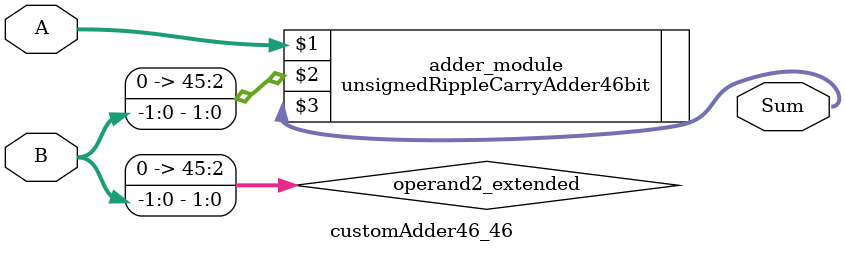
<source format=v>
module customAdder46_46(
                        input [45 : 0] A,
                        input [-1 : 0] B,
                        
                        output [46 : 0] Sum
                );

        wire [45 : 0] operand2_extended;
        
        assign operand2_extended =  {46'b0, B};
        
        unsignedRippleCarryAdder46bit adder_module(
            A,
            operand2_extended,
            Sum
        );
        
        endmodule
        
</source>
